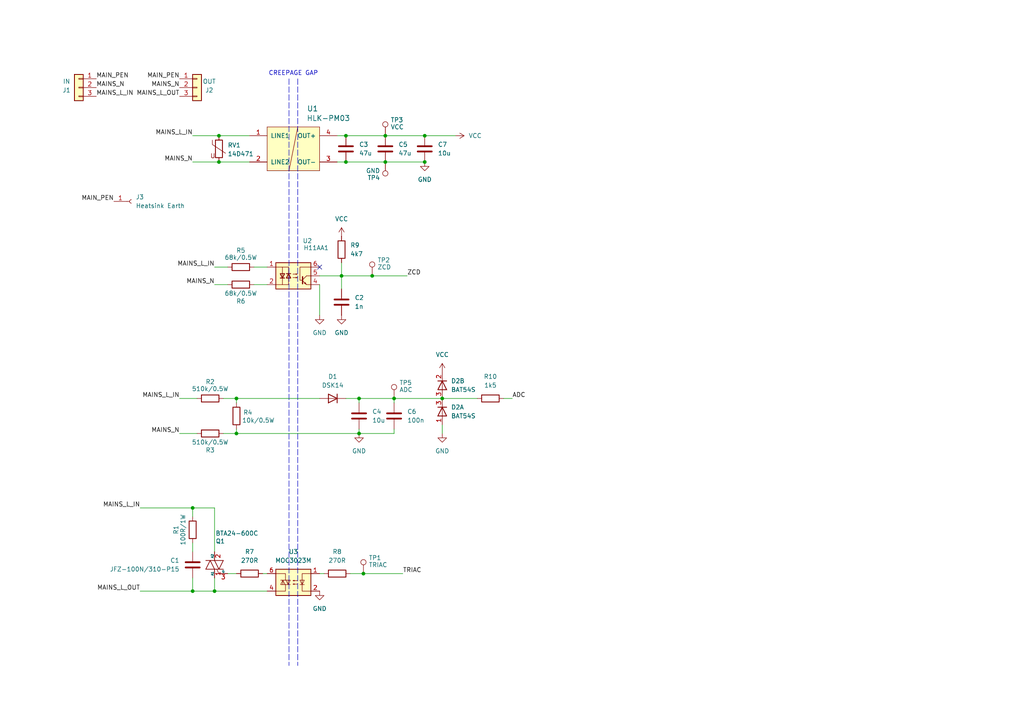
<source format=kicad_sch>
(kicad_sch (version 20250114) (generator "eeschema") (generator_version "9.0")
  (paper "A4")
  (lib_symbols
    (symbol "Connector:Conn_01x01_Socket" (pin_names (offset 1.016) (hide yes))
      (property "Reference" "J" (at 0 2.54 0))
      (property "Value" "Conn_01x01_Socket" (at 0 -2.54 0))
      (symbol "Conn_01x01_Socket_1_1"
        (polyline (pts (xy -1.27 0) (xy -0.508 0)) (stroke (width 0.1524)))
        (arc (start 0 -0.508) (mid -0.5058 0) (end 0 0.508) (stroke (width 0.1524)))
        (pin passive line (at -5.08 0 0) (length 3.81) (name "Pin_1") (number "1"))
      )
    )
    (symbol "Connector:TestPoint" (pin_numbers (hide yes)) (pin_names (offset 0.762) (hide yes))
      (property "Reference" "TP" (at 0 6.858 0))
      (property "Value" "TestPoint" (at 0 5.08 0))
      (symbol "TestPoint_0_1"
        (circle (center 0 3.302) (radius 0.762))
      )
      (symbol "TestPoint_1_1"
        (pin passive line (at 0 0 90) (length 2.54) (name "1") (number "1"))
      )
    )
    (symbol "Connector_Generic:Conn_01x03" (pin_names (offset 1.016) (hide yes))
      (property "Reference" "J" (at 0 5.08 0))
      (property "Value" "Conn_01x03" (at 0 -5.08 0))
      (symbol "Conn_01x03_1_1"
        (rectangle (start -1.27 3.81) (end 1.27 -3.81) (stroke (width 0.254)) (fill (type background)))
        (rectangle (start -1.27 2.667) (end 0 2.413) (stroke (width 0.1524)))
        (rectangle (start -1.27 0.127) (end 0 -0.127) (stroke (width 0.1524)))
        (rectangle (start -1.27 -2.413) (end 0 -2.667) (stroke (width 0.1524)))
        (pin passive line (at -5.08 2.54 0) (length 3.81) (name "Pin_1") (number "1"))
        (pin passive line (at -5.08 0 0) (length 3.81) (name "Pin_2") (number "2"))
        (pin passive line (at -5.08 -2.54 0) (length 3.81) (name "Pin_3") (number "3"))
      )
    )
    (symbol "Device:C" (pin_numbers (hide yes)) (pin_names (offset 0.254))
      (property "Reference" "C" (at 0.635 2.54 0))
      (property "Value" "C" (at 0.635 -2.54 0))
      (symbol "C_0_1"
        (polyline (pts (xy -2.032 0.762) (xy 2.032 0.762)) (stroke (width 0.508)))
        (polyline (pts (xy -2.032 -0.762) (xy 2.032 -0.762)) (stroke (width 0.508)))
      )
      (symbol "C_1_1"
        (pin passive line (at 0 3.81 270) (length 2.794) (name "~") (number "1"))
        (pin passive line (at 0 -3.81 90) (length 2.794) (name "~") (number "2"))
      )
    )
    (symbol "Device:D" (pin_numbers (hide yes)) (pin_names (offset 1.016) (hide yes))
      (property "Reference" "D" (at 0 2.54 0))
      (property "Value" "D" (at 0 -2.54 0))
      (symbol "D_0_1"
        (polyline (pts (xy -1.27 1.27) (xy -1.27 -1.27)) (stroke (width 0.254)))
        (polyline (pts (xy 1.27 1.27) (xy 1.27 -1.27) (xy -1.27 0) (xy 1.27 1.27)) (stroke (width 0.254)))
        (polyline (pts (xy 1.27 0) (xy -1.27 0)))
      )
      (symbol "D_1_1"
        (pin passive line (at -3.81 0 0) (length 2.54) (name "K") (number "1"))
        (pin passive line (at 3.81 0 180) (length 2.54) (name "A") (number "2"))
      )
    )
    (symbol "Device:D_Dual_Series_AKC_Split" (pin_names (offset 0.762) (hide yes))
      (property "Reference" "D" (at 0 2.54 0))
      (property "Value" "D_Dual_Series_AKC_Split" (at 0 -2.54 0))
      (symbol "D_Dual_Series_AKC_Split_0_1"
        (pin passive line (at 3.81 0 180) (length 2.54) (name "K") (number "3"))
      )
      (symbol "D_Dual_Series_AKC_Split_1_0"
        (polyline (pts (xy 1.27 1.27) (xy 1.27 -1.27)) (stroke (width 0.254)))
      )
      (symbol "D_Dual_Series_AKC_Split_1_1"
        (polyline (pts (xy -1.27 1.27) (xy 1.27 0) (xy -1.27 -1.27) (xy -1.27 1.27) (xy -1.27 1.27) (xy -1.27 1.27)) (stroke (width 0.254)))
        (polyline (pts (xy 1.27 0) (xy -1.27 0)))
        (pin passive line (at -3.81 0 0) (length 2.54) (name "A") (number "1"))
      )
      (symbol "D_Dual_Series_AKC_Split_2_0"
        (polyline (pts (xy -1.27 1.27) (xy -1.27 -1.27)) (stroke (width 0.254)))
      )
      (symbol "D_Dual_Series_AKC_Split_2_1"
        (polyline (pts (xy -1.27 0) (xy 1.27 0)))
        (polyline (pts (xy 1.27 1.27) (xy -1.27 0) (xy 1.27 -1.27) (xy 1.27 1.27) (xy 1.27 1.27) (xy 1.27 1.27)) (stroke (width 0.254)))
        (pin passive line (at -3.81 0 0) (length 2.54) (name "common") (number "2"))
      )
    )
    (symbol "Device:R" (pin_numbers (hide yes)) (pin_names (offset 0))
      (property "Reference" "R" (at 2.032 0 90))
      (property "Value" "R" (at 0 0 90))
      (symbol "R_0_1"
        (rectangle (start -1.016 -2.54) (end 1.016 2.54) (stroke (width 0.254)))
      )
      (symbol "R_1_1"
        (pin passive line (at 0 3.81 270) (length 1.27) (name "~") (number "1"))
        (pin passive line (at 0 -3.81 90) (length 1.27) (name "~") (number "2"))
      )
    )
    (symbol "Device:Varistor" (pin_numbers (hide yes)) (pin_names (offset 0))
      (property "Reference" "RV" (at 3.175 0 90))
      (property "Value" "Varistor" (at -3.175 0 90))
      (symbol "Varistor_0_0"
        (text "U" (at -1.778 -2.032 0) (effects (font (size 1.27 1.27))))
      )
      (symbol "Varistor_0_1"
        (polyline (pts (xy -1.905 2.54) (xy -1.905 1.27) (xy 1.905 -1.27)))
        (rectangle (start -1.016 -2.54) (end 1.016 2.54) (stroke (width 0.254)))
      )
      (symbol "Varistor_1_1"
        (pin passive line (at 0 3.81 270) (length 1.27) (name "~") (number "1"))
        (pin passive line (at 0 -3.81 90) (length 1.27) (name "~") (number "2"))
      )
    )
    (symbol "Drake:HLK-PM03" (pin_names (offset 1.016))
      (property "Reference" "U" (at 0 8.89 0))
      (property "Value" "HLK-PM03" (at 0 -8.89 0))
      (symbol "HLK-PM03_0_1"
        (rectangle (start -7.62 6.35) (end 7.62 -6.35) (fill (type background)))
        (polyline (pts (xy -1.27 -6.35) (xy 1.27 6.35)))
      )
      (symbol "HLK-PM03_1_1"
        (pin input line (at -12.7 3.81 0) (length 5.08) (name "LINE1") (number "1"))
        (pin input line (at -12.7 -3.81 0) (length 5.08) (name "LINE2") (number "2"))
        (pin input line (at 12.7 3.81 180) (length 5.08) (name "OUT+") (number "4"))
        (pin input line (at 12.7 -3.81 180) (length 5.08) (name "OUT-") (number "3"))
      )
    )
    (symbol "Isolator:H11AA1"
      (property "Reference" "U" (at -5.334 4.953 0))
      (property "Value" "H11AA1" (at 0.635 4.953 0))
      (symbol "H11AA1_0_1"
        (polyline (pts (xy -2.032 0.635) (xy -0.762 0.635)) (stroke (width 0.254)))
        (polyline (pts (xy -1.397 2.54) (xy -3.175 2.54)) (stroke (width 0.1524)))
        (polyline (pts (xy -1.397 0.635) (xy -1.397 2.54)))
        (polyline (pts (xy -1.397 0.635) (xy -1.397 -0.635)))
        (polyline (pts (xy -1.397 0.635) (xy -2.032 -0.635) (xy -0.762 -0.635) (xy -1.397 0.635)) (stroke (width 0.254)))
        (polyline (pts (xy -1.397 -0.635) (xy -1.397 -2.54)))
        (polyline (pts (xy -1.397 -2.54) (xy -3.175 -2.54)) (stroke (width 0.1524)))
      )
      (symbol "H11AA1_1_1"
        (rectangle (start -5.08 3.81) (end 5.08 -3.81) (stroke (width 0.254)) (fill (type background)))
        (polyline (pts (xy -5.08 -2.54) (xy -3.175 -2.54) (xy -3.175 2.54) (xy -5.08 2.54)))
        (polyline (pts (xy -3.81 -0.635) (xy -2.54 -0.635)) (stroke (width 0.254)))
        (polyline (pts (xy -3.175 -0.635) (xy -3.81 0.635) (xy -2.54 0.635) (xy -3.175 -0.635)) (stroke (width 0.254)))
        (polyline (pts (xy -0.127 0.508) (xy 1.143 0.508) (xy 0.762 0.381) (xy 0.762 0.635) (xy 1.143 0.508)))
        (polyline (pts (xy -0.127 -0.508) (xy 1.143 -0.508) (xy 0.762 -0.635) (xy 0.762 -0.381) (xy 1.143 -0.508)))
        (polyline (pts (xy 2.667 -0.254) (xy 2.667 -2.286)) (stroke (width 0.3556)))
        (polyline (pts (xy 2.667 -1.143) (xy 3.81 0)))
        (polyline (pts (xy 2.667 -1.397) (xy 3.81 -2.54)))
        (polyline (pts (xy 3.683 -2.413) (xy 3.429 -1.905) (xy 3.175 -2.159) (xy 3.683 -2.413)))
        (polyline (pts (xy 3.81 0) (xy 5.08 0)))
        (polyline (pts (xy 3.81 -2.54) (xy 5.08 -2.54)))
        (polyline (pts (xy 5.08 2.54) (xy 1.905 2.54) (xy 1.905 -1.27) (xy 2.54 -1.27)))
        (pin passive line (at -7.62 2.54 0) (length 2.54) (name "~") (number "1"))
        (pin passive line (at -7.62 -2.54 0) (length 2.54) (name "~") (number "2"))
        (pin no_connect line (at -5.08 0 0) (length 2.54) (hide yes) (name "NC") (number "3"))
        (pin passive line (at 7.62 2.54 180) (length 2.54) (name "~") (number "6"))
        (pin passive line (at 7.62 0 180) (length 2.54) (name "~") (number "5"))
        (pin passive line (at 7.62 -2.54 180) (length 2.54) (name "~") (number "4"))
      )
    )
    (symbol "Relay_SolidState:MOC3023M"
      (property "Reference" "U" (at -5.334 4.826 0))
      (property "Value" "MOC3023M" (at 0 5.08 0))
      (symbol "MOC3023M_0_1"
        (rectangle (start -5.08 3.81) (end 5.08 -3.81) (stroke (width 0.254)) (fill (type background)))
        (polyline (pts (xy -5.08 2.54) (xy -2.54 2.54) (xy -2.54 -2.54) (xy -5.08 -2.54)))
        (polyline (pts (xy -3.175 -0.635) (xy -1.905 -0.635)))
        (polyline (pts (xy -2.54 -0.635) (xy -3.175 0.635) (xy -1.905 0.635) (xy -2.54 -0.635)))
        (polyline (pts (xy -1.143 0.508) (xy 0.127 0.508) (xy -0.254 0.381) (xy -0.254 0.635) (xy 0.127 0.508)))
        (polyline (pts (xy -1.143 -0.508) (xy 0.127 -0.508) (xy -0.254 -0.635) (xy -0.254 -0.381) (xy 0.127 -0.508)))
        (polyline (pts (xy 0.889 -0.635) (xy 3.683 -0.635) (xy 3.048 0.635) (xy 2.413 -0.635)))
        (polyline (pts (xy 1.524 -0.635) (xy 1.524 0.635)))
        (polyline (pts (xy 2.286 0.635) (xy 2.286 2.54) (xy 5.08 2.54)))
        (polyline (pts (xy 2.286 -0.635) (xy 2.286 -2.54) (xy 5.08 -2.54)))
        (polyline (pts (xy 3.048 0.635) (xy 3.048 -0.635)))
        (polyline (pts (xy 3.683 0.635) (xy 0.889 0.635) (xy 1.524 -0.635) (xy 2.159 0.635)))
      )
      (symbol "MOC3023M_1_1"
        (pin passive line (at -7.62 2.54 0) (length 2.54) (name "~") (number "1"))
        (pin passive line (at -7.62 -2.54 0) (length 2.54) (name "~") (number "2"))
        (pin no_connect line (at -5.08 0 0) (length 2.54) (hide yes) (name "NC") (number "3"))
        (pin no_connect line (at 5.08 0 180) (length 2.54) (hide yes) (name "NC") (number "5"))
        (pin passive line (at 7.62 2.54 180) (length 2.54) (name "~") (number "6"))
        (pin passive line (at 7.62 -2.54 180) (length 2.54) (name "~") (number "4"))
      )
    )
    (symbol "Triac_Thyristor:BTA16-600C" (pin_names (offset 0))
      (property "Reference" "Q" (at 5.08 1.905 0))
      (property "Value" "BTA16-600C" (at 5.08 0 0))
      (symbol "BTA16-600C_0_1"
        (polyline (pts (xy -2.54 1.27) (xy 2.54 1.27)) (stroke (width 0.2032)))
        (polyline (pts (xy -2.54 1.27) (xy -1.27 -1.27) (xy 0 1.27)) (stroke (width 0.2032)))
        (polyline (pts (xy -2.54 -1.27) (xy 2.54 -1.27)) (stroke (width 0.2032)))
        (polyline (pts (xy -1.27 -2.54) (xy -0.635 -1.27)))
        (polyline (pts (xy 0 -1.27) (xy 1.27 1.27) (xy 2.54 -1.27)) (stroke (width 0.2032)))
      )
      (symbol "BTA16-600C_1_1"
        (pin input line (at -3.81 -2.54 0) (length 2.54) (name "G") (number "3"))
        (pin passive line (at 0 3.81 270) (length 2.54) (name "A2") (number "2"))
        (pin passive line (at 0 -3.81 90) (length 2.54) (name "A1") (number "1"))
      )
    )
    (symbol "power:GND" (power) (pin_numbers (hide yes)) (pin_names (offset 0) (hide yes))
      (property "Value" "GND" (at 0 -3.81 0))
      (symbol "GND_0_1"
        (polyline (pts (xy 0 0) (xy 0 -1.27) (xy 1.27 -1.27) (xy 0 -2.54) (xy -1.27 -1.27) (xy 0 -1.27)))
      )
      (symbol "GND_1_1"
        (pin power_in line (at 0 0 270) (length 0) (name "~") (number "1"))
      )
    )
    (symbol "power:VCC" (power) (pin_numbers (hide yes)) (pin_names (offset 0) (hide yes))
      (property "Value" "VCC" (at 0 3.556 0))
      (symbol "VCC_0_1"
        (polyline (pts (xy -0.762 1.27) (xy 0 2.54)))
        (polyline (pts (xy 0 2.54) (xy 0.762 1.27)))
        (polyline (pts (xy 0 0) (xy 0 2.54)))
      )
      (symbol "VCC_1_1"
        (pin power_in line (at 0 0 90) (length 0) (name "~") (number "1"))
      )
    )
  )
  (text "CREEPAGE GAP" (at 85.09 21.336 0) (effects (font (size 1.27 1.27))))
  (junction (at 107.95 80.01))
  (junction (at 104.14 115.57))
  (junction (at 123.19 46.99))
  (junction (at 100.33 46.99))
  (junction (at 123.19 39.37))
  (junction (at 111.76 46.99))
  (junction (at 63.5 39.37))
  (junction (at 105.41 166.37))
  (junction (at 100.33 39.37))
  (junction (at 55.88 171.45))
  (junction (at 114.3 115.57))
  (junction (at 104.14 125.73))
  (junction (at 63.5 46.99))
  (junction (at 68.58 115.57))
  (junction (at 128.27 115.57))
  (junction (at 68.58 125.73))
  (junction (at 55.88 147.32))
  (junction (at 62.23 171.45))
  (junction (at 111.76 39.37))
  (junction (at 99.06 80.01))
  (no_connect (at 92.71 77.47))
  (wire (pts (xy 99.06 80.01) (xy 107.95 80.01)))
  (wire (pts (xy 40.64 147.32) (xy 55.88 147.32)))
  (wire (pts (xy 73.66 82.55) (xy 77.47 82.55)))
  (wire (pts (xy 68.58 125.73) (xy 104.14 125.73)))
  (wire (pts (xy 123.19 46.99) (xy 111.76 46.99)))
  (polyline (pts (xy 86.36 22.86) (xy 86.36 193.04)) (stroke (width 0) (type dash)))
  (wire (pts (xy 116.84 166.37) (xy 105.41 166.37)))
  (wire (pts (xy 55.88 167.64) (xy 55.88 171.45)))
  (wire (pts (xy 62.23 167.64) (xy 62.23 171.45)))
  (wire (pts (xy 55.88 157.48) (xy 55.88 160.02)))
  (wire (pts (xy 55.88 171.45) (xy 62.23 171.45)))
  (wire (pts (xy 55.88 147.32) (xy 55.88 149.86)))
  (wire (pts (xy 97.79 39.37) (xy 100.33 39.37)))
  (wire (pts (xy 105.41 166.37) (xy 101.6 166.37)))
  (wire (pts (xy 62.23 147.32) (xy 62.23 160.02)))
  (wire (pts (xy 68.58 166.37) (xy 66.04 166.37)))
  (wire (pts (xy 68.58 115.57) (xy 68.58 116.84)))
  (wire (pts (xy 128.27 123.19) (xy 128.27 125.73)))
  (wire (pts (xy 104.14 124.46) (xy 104.14 125.73)))
  (wire (pts (xy 100.33 39.37) (xy 111.76 39.37)))
  (wire (pts (xy 100.33 46.99) (xy 97.79 46.99)))
  (wire (pts (xy 100.33 115.57) (xy 104.14 115.57)))
  (wire (pts (xy 40.64 171.45) (xy 55.88 171.45)))
  (wire (pts (xy 55.88 147.32) (xy 62.23 147.32)))
  (wire (pts (xy 111.76 46.99) (xy 100.33 46.99)))
  (wire (pts (xy 55.88 46.99) (xy 63.5 46.99)))
  (wire (pts (xy 62.23 82.55) (xy 66.04 82.55)))
  (wire (pts (xy 55.88 39.37) (xy 63.5 39.37)))
  (wire (pts (xy 146.05 115.57) (xy 148.59 115.57)))
  (polyline (pts (xy 83.82 22.86) (xy 83.82 193.04)) (stroke (width 0) (type dash)))
  (wire (pts (xy 68.58 115.57) (xy 92.71 115.57)))
  (wire (pts (xy 107.95 80.01) (xy 118.11 80.01)))
  (wire (pts (xy 52.07 125.73) (xy 57.15 125.73)))
  (wire (pts (xy 64.77 125.73) (xy 68.58 125.73)))
  (wire (pts (xy 114.3 115.57) (xy 128.27 115.57)))
  (wire (pts (xy 52.07 115.57) (xy 57.15 115.57)))
  (wire (pts (xy 63.5 46.99) (xy 72.39 46.99)))
  (wire (pts (xy 62.23 77.47) (xy 66.04 77.47)))
  (wire (pts (xy 63.5 39.37) (xy 72.39 39.37)))
  (wire (pts (xy 123.19 39.37) (xy 132.08 39.37)))
  (wire (pts (xy 99.06 80.01) (xy 99.06 83.82)))
  (wire (pts (xy 92.71 91.44) (xy 92.71 82.55)))
  (wire (pts (xy 73.66 77.47) (xy 77.47 77.47)))
  (wire (pts (xy 77.47 171.45) (xy 62.23 171.45)))
  (wire (pts (xy 68.58 124.46) (xy 68.58 125.73)))
  (wire (pts (xy 104.14 125.73) (xy 114.3 125.73)))
  (wire (pts (xy 92.71 80.01) (xy 99.06 80.01)))
  (wire (pts (xy 114.3 115.57) (xy 114.3 116.84)))
  (wire (pts (xy 104.14 115.57) (xy 104.14 116.84)))
  (wire (pts (xy 64.77 115.57) (xy 68.58 115.57)))
  (wire (pts (xy 99.06 80.01) (xy 99.06 76.2)))
  (wire (pts (xy 111.76 39.37) (xy 123.19 39.37)))
  (wire (pts (xy 93.98 166.37) (xy 92.71 166.37)))
  (wire (pts (xy 76.2 166.37) (xy 77.47 166.37)))
  (wire (pts (xy 128.27 115.57) (xy 138.43 115.57)))
  (wire (pts (xy 104.14 115.57) (xy 114.3 115.57)))
  (wire (pts (xy 114.3 124.46) (xy 114.3 125.73)))
  (label "TRIAC" (at 116.84 166.37 0))
  (label "MAINS_L_OUT" (at 52.07 27.94 180))
  (label "MAINS_L_IN" (at 40.64 147.32 180))
  (label "MAINS_N" (at 62.23 82.55 180))
  (label "MAIN_PEN" (at 27.94 22.86 0))
  (label "MAINS_L_IN" (at 62.23 77.47 180))
  (label "MAINS_L_IN" (at 52.07 115.57 180))
  (label "MAINS_L_IN" (at 27.94 27.94 0))
  (label "ZCD" (at 118.11 80.01 0))
  (label "MAINS_L_IN" (at 55.88 39.37 180))
  (label "MAINS_N" (at 52.07 125.73 180))
  (label "MAINS_N" (at 27.94 25.4 0))
  (label "ADC" (at 148.59 115.57 0))
  (label "MAINS_N" (at 52.07 25.4 180))
  (label "MAIN_PEN" (at 33.02 58.42 180))
  (label "MAINS_L_OUT" (at 40.64 171.45 180))
  (label "MAINS_N" (at 55.88 46.99 180))
  (label "MAIN_PEN" (at 52.07 22.86 180))
  (symbol (lib_id "Device:R") (at 60.96 115.57 90) (unit 1)
    (property "Reference" "R2" (at 60.96 110.744 90))
    (property "Value" "510k/0.5W" (at 60.96 112.776 90))
    (property "Footprint" "Resistor_THT:R_Axial_DIN0411_L9.9mm_D3.6mm_P12.70mm_Horizontal" (effects (hide yes)))
    (property "Description" "Resistor" (effects (hide yes)))
  )
  (symbol (lib_id "Connector_Generic:Conn_01x03") (at 57.15 25.4 0) (unit 1)
    (property "Reference" "J2" (at 60.706 26.162 0))
    (property "Value" "OUT" (at 60.706 23.622 0))
    (property "Footprint" "Drake:HB-9500-3P" (effects (hide yes)))
    (property "Description" "Generic connector, single row, 01x03, script generated (kicad-library-utils/schlib/autogen/connector/)" (effects (hide yes)))
  )
  (symbol (lib_id "Device:R") (at 60.96 125.73 90) (unit 1)
    (property "Reference" "R3" (at 60.96 130.556 90))
    (property "Value" "510k/0.5W" (at 60.96 128.27 90))
    (property "Footprint" "Resistor_THT:R_Axial_DIN0411_L9.9mm_D3.6mm_P12.70mm_Horizontal" (effects (hide yes)))
    (property "Description" "Resistor" (effects (hide yes)))
  )
  (symbol (lib_id "Connector:TestPoint") (at 111.76 39.37 0) (unit 1) (in_bom no)
    (property "Reference" "TP3" (at 113.284 34.798 0) (effects (justify left)))
    (property "Value" "VCC" (at 113.284 36.83 0) (effects (justify left)))
    (property "Footprint" "TestPoint:TestPoint_THTPad_D2.0mm_Drill1.0mm" (effects (hide yes)))
    (property "Description" "test point" (effects (hide yes)))
  )
  (symbol (lib_id "Device:C") (at 55.88 163.83 0) (mirror y) (unit 1)
    (property "Reference" "C1" (at 52.07 162.5599 0) (effects (justify left)))
    (property "Value" "JFZ-100N/310-P15" (at 52.07 165.0999 0) (effects (justify left)))
    (property "Footprint" "Capacitor_THT:C_Rect_L18.0mm_W6.0mm_P15.00mm_FKS3_FKP3" (effects (hide yes)))
    (property "Description" "Unpolarized capacitor" (effects (hide yes)))
  )
  (symbol (lib_id "Device:D") (at 96.52 115.57 180) (unit 1)
    (property "Reference" "D1" (at 96.52 109.22 0))
    (property "Value" "DSK14" (at 96.52 111.76 0))
    (property "Footprint" "Diode_SMD:D_SOD-123" (effects (hide yes)))
    (property "Description" "Diode" (effects (hide yes)))
    (property "Sim.Device" "D" (effects (hide yes)))
    (property "Sim.Pins" "1=K 2=A" (effects (hide yes)))
  )
  (symbol (lib_id "Connector:TestPoint") (at 107.95 80.01 0) (unit 1) (in_bom no)
    (property "Reference" "TP2" (at 109.474 75.438 0) (effects (justify left)))
    (property "Value" "ZCD" (at 109.474 77.47 0) (effects (justify left)))
    (property "Footprint" "TestPoint:TestPoint_THTPad_D2.0mm_Drill1.0mm" (effects (hide yes)))
    (property "Description" "test point" (effects (hide yes)))
  )
  (symbol (lib_id "power:GND") (at 99.06 91.44 0) (unit 1)
    (property "Reference" "#PWR04" (effects (hide yes)))
    (property "Value" "GND" (at 99.06 96.52 0))
    (property "Description" "Power symbol creates a global label with name \"GND\" , ground" (effects (hide yes)))
  )
  (symbol (lib_id "Isolator:H11AA1") (at 85.09 80.01 0) (unit 1)
    (property "Reference" "U2" (at 89.154 69.85 0))
    (property "Value" "H11AA1" (at 91.694 71.882 0))
    (property "Footprint" "Package_DIP:DIP-6_W8.89mm_SMDSocket_LongPads" (effects (hide yes)))
    (property "Datasheet" "https://www.vishay.com/docs/83608/h11aa1.pdf" (effects (hide yes)))
    (property "Description" "AC/DC NPN Optocoupler, DIP-6" (effects (hide yes)))
  )
  (symbol (lib_id "power:GND") (at 128.27 125.73 0) (unit 1)
    (property "Reference" "#PWR08" (effects (hide yes)))
    (property "Value" "GND" (at 128.27 130.81 0))
    (property "Description" "Power symbol creates a global label with name \"GND\" , ground" (effects (hide yes)))
  )
  (symbol (lib_id "Device:Varistor") (at 63.5 43.18 0) (unit 1)
    (property "Reference" "RV1" (at 66.04 42.1032 0) (effects (justify left)))
    (property "Value" "14D471" (at 66.04 44.6432 0) (effects (justify left)))
    (property "Footprint" "Varistor:RV_Disc_D15.5mm_W7.5mm_P7.5mm" (effects (hide yes)))
    (property "Description" "Voltage dependent resistor" (effects (hide yes)))
    (property "Sim.Name" "kicad_builtin_varistor" (effects (hide yes)))
    (property "Sim.Device" "SUBCKT" (effects (hide yes)))
    (property "Sim.Pins" "1=A 2=B" (effects (hide yes)))
    (property "Sim.Params" "threshold=1k" (effects (hide yes)))
    (property "Sim.Library" "${KICAD9_SYMBOL_DIR}/Simulation_SPICE.sp" (effects (hide yes)))
  )
  (symbol (lib_id "Triac_Thyristor:BTA16-600C") (at 62.23 163.83 0) (mirror y) (unit 1)
    (property "Reference" "Q1" (at 65.278 156.972 0) (effects (justify left)))
    (property "Value" "BTA24-600C" (at 74.93 154.686 0) (effects (justify left)))
    (property "Footprint" "Package_TO_SOT_THT:TO-220-3_Vertical" (effects (hide yes)))
    (property "Datasheet" "https://www.st.com/resource/en/datasheet/bta16.pdf" (effects (hide yes)))
    (property "Description" "16A RMS, 600V Off-State Voltage, 35mA Sensitivity, Insulated, Triac, TO-220" (effects (hide yes)))
  )
  (symbol (lib_id "Connector:TestPoint") (at 111.76 46.99 180) (unit 1) (in_bom no)
    (property "Reference" "TP4" (at 110.236 51.562 0) (effects (justify left)))
    (property "Value" "GND" (at 110.236 49.53 0) (effects (justify left)))
    (property "Footprint" "TestPoint:TestPoint_THTPad_D2.0mm_Drill1.0mm" (effects (hide yes)))
    (property "Description" "test point" (effects (hide yes)))
  )
  (symbol (lib_id "power:GND") (at 123.19 46.99 0) (unit 1)
    (property "Reference" "#PWR06" (effects (hide yes)))
    (property "Value" "GND" (at 123.19 52.07 0))
    (property "Description" "Power symbol creates a global label with name \"GND\" , ground" (effects (hide yes)))
  )
  (symbol (lib_id "Device:R") (at 55.88 153.67 0) (mirror y) (unit 1)
    (property "Reference" "R1" (at 51.054 153.67 90))
    (property "Value" "100R/1W" (at 53.086 153.67 90))
    (property "Footprint" "Resistor_THT:R_Axial_DIN0411_L9.9mm_D3.6mm_P12.70mm_Horizontal" (effects (hide yes)))
    (property "Description" "Resistor" (effects (hide yes)))
  )
  (symbol (lib_id "Device:C") (at 99.06 87.63 0) (unit 1)
    (property "Reference" "C2" (at 102.87 86.3599 0) (effects (justify left)))
    (property "Value" "1n" (at 102.87 88.8999 0) (effects (justify left)))
    (property "Footprint" "Capacitor_SMD:C_0805_2012Metric_Pad1.18x1.45mm_HandSolder" (effects (hide yes)))
    (property "Description" "Unpolarized capacitor" (effects (hide yes)))
  )
  (symbol (lib_id "Device:R") (at 68.58 120.65 180) (unit 1)
    (property "Reference" "R4" (at 71.882 119.634 0))
    (property "Value" "10k/0.5W" (at 74.93 121.92 0))
    (property "Footprint" "Resistor_THT:R_Axial_DIN0411_L9.9mm_D3.6mm_P12.70mm_Horizontal" (effects (hide yes)))
    (property "Description" "Resistor" (effects (hide yes)))
  )
  (symbol (lib_id "Device:C") (at 100.33 43.18 0) (unit 1)
    (property "Reference" "C3" (at 104.14 41.9099 0) (effects (justify left)))
    (property "Value" "47u" (at 104.14 44.4499 0) (effects (justify left)))
    (property "Footprint" "Capacitor_SMD:C_0805_2012Metric_Pad1.18x1.45mm_HandSolder" (effects (hide yes)))
    (property "Description" "Unpolarized capacitor" (effects (hide yes)))
  )
  (symbol (lib_id "power:GND") (at 92.71 171.45 0) (mirror y) (unit 1)
    (property "Reference" "#PWR02" (effects (hide yes)))
    (property "Value" "GND" (at 92.71 176.53 0))
    (property "Description" "Power symbol creates a global label with name \"GND\" , ground" (effects (hide yes)))
  )
  (symbol (lib_id "power:GND") (at 104.14 125.73 0) (unit 1)
    (property "Reference" "#PWR05" (effects (hide yes)))
    (property "Value" "GND" (at 104.14 130.81 0))
    (property "Description" "Power symbol creates a global label with name \"GND\" , ground" (effects (hide yes)))
  )
  (symbol (lib_id "Connector:TestPoint") (at 114.3 115.57 0) (unit 1) (in_bom no)
    (property "Reference" "TP5" (at 115.824 110.998 0) (effects (justify left)))
    (property "Value" "ADC" (at 115.824 113.03 0) (effects (justify left)))
    (property "Footprint" "TestPoint:TestPoint_THTPad_D2.0mm_Drill1.0mm" (effects (hide yes)))
    (property "Description" "test point" (effects (hide yes)))
  )
  (symbol (lib_id "power:VCC") (at 132.08 39.37 270) (unit 1)
    (property "Reference" "#PWR09" (effects (hide yes)))
    (property "Value" "VCC" (at 135.89 39.3699 90) (effects (justify left)))
    (property "Description" "Power symbol creates a global label with name \"VCC\"" (effects (hide yes)))
  )
  (symbol (lib_id "Device:C") (at 123.19 43.18 0) (unit 1)
    (property "Reference" "C7" (at 127 41.9099 0) (effects (justify left)))
    (property "Value" "10u" (at 127 44.4499 0) (effects (justify left)))
    (property "Footprint" "Capacitor_SMD:C_0805_2012Metric_Pad1.18x1.45mm_HandSolder" (effects (hide yes)))
    (property "Description" "Unpolarized capacitor" (effects (hide yes)))
  )
  (symbol (lib_id "power:GND") (at 92.71 91.44 0) (unit 1)
    (property "Reference" "#PWR01" (effects (hide yes)))
    (property "Value" "GND" (at 92.71 96.52 0))
    (property "Description" "Power symbol creates a global label with name \"GND\" , ground" (effects (hide yes)))
  )
  (symbol (lib_id "Device:R") (at 69.85 77.47 90) (unit 1)
    (property "Reference" "R5" (at 69.85 72.644 90))
    (property "Value" "68k/0.5W" (at 69.85 74.676 90))
    (property "Footprint" "Resistor_THT:R_Axial_DIN0411_L9.9mm_D3.6mm_P12.70mm_Horizontal" (effects (hide yes)))
    (property "Description" "Resistor" (effects (hide yes)))
  )
  (symbol (lib_id "Device:R") (at 97.79 166.37 270) (mirror x) (unit 1)
    (property "Reference" "R8" (at 97.79 160.02 90))
    (property "Value" "270R" (at 97.79 162.56 90))
    (property "Footprint" "Resistor_SMD:R_0805_2012Metric_Pad1.20x1.40mm_HandSolder" (effects (hide yes)))
    (property "Description" "Resistor" (effects (hide yes)))
  )
  (symbol (lib_id "Device:D_Dual_Series_AKC_Split") (at 128.27 119.38 90) (unit 1)
    (property "Reference" "D2" (at 130.81 118.1099 90) (effects (justify right)))
    (property "Value" "BAT54S" (at 130.81 120.6499 90) (effects (justify right)))
    (property "Footprint" "Package_TO_SOT_SMD:SOT-23" (effects (hide yes)))
    (property "Description" "Dual diode, anode/cathode/center" (effects (hide yes)))
  )
  (symbol (lib_id "Relay_SolidState:MOC3023M") (at 85.09 168.91 0) (mirror y) (unit 1)
    (property "Reference" "U3" (at 85.09 160.02 0))
    (property "Value" "MOC3023M" (at 85.09 162.56 0))
    (property "Footprint" "Package_DIP:DIP-6_W8.89mm_SMDSocket_LongPads" (effects (hide yes)))
    (property "Datasheet" "https://www.onsemi.com/pub/Collateral/MOC3023M-D.PDF" (effects (hide yes)))
    (property "Description" "Random Phase Opto-Triac, Vdrm 400V, Ift 5mA, DIP6" (effects (hide yes)))
  )
  (symbol (lib_id "Device:R") (at 72.39 166.37 270) (mirror x) (unit 1)
    (property "Reference" "R7" (at 72.39 160.02 90))
    (property "Value" "270R" (at 72.39 162.56 90))
    (property "Footprint" "Resistor_SMD:R_0805_2012Metric_Pad1.20x1.40mm_HandSolder" (effects (hide yes)))
    (property "Description" "Resistor" (effects (hide yes)))
  )
  (symbol (lib_id "Device:C") (at 104.14 120.65 0) (unit 1)
    (property "Reference" "C4" (at 107.95 119.3799 0) (effects (justify left)))
    (property "Value" "10u" (at 107.95 121.9199 0) (effects (justify left)))
    (property "Footprint" "Capacitor_SMD:C_0805_2012Metric_Pad1.18x1.45mm_HandSolder" (effects (hide yes)))
    (property "Description" "Unpolarized capacitor" (effects (hide yes)))
  )
  (symbol (lib_id "Device:R") (at 69.85 82.55 270) (unit 1)
    (property "Reference" "R6" (at 69.85 87.376 90))
    (property "Value" "68k/0.5W" (at 69.85 85.09 90))
    (property "Footprint" "Resistor_THT:R_Axial_DIN0411_L9.9mm_D3.6mm_P12.70mm_Horizontal" (effects (hide yes)))
    (property "Description" "Resistor" (effects (hide yes)))
  )
  (symbol (lib_id "Connector_Generic:Conn_01x03") (at 22.86 25.4 0) (mirror y) (unit 1)
    (property "Reference" "J1" (at 19.304 26.162 0))
    (property "Value" "IN" (at 19.304 23.622 0))
    (property "Footprint" "Drake:HB-9500-3P" (effects (hide yes)))
    (property "Description" "Generic connector, single row, 01x03, script generated (kicad-library-utils/schlib/autogen/connector/)" (effects (hide yes)))
  )
  (symbol (lib_id "power:VCC") (at 99.06 68.58 0) (unit 1)
    (property "Reference" "#PWR03" (effects (hide yes)))
    (property "Value" "VCC" (at 99.06 63.5 0))
    (property "Description" "Power symbol creates a global label with name \"VCC\"" (effects (hide yes)))
  )
  (symbol (lib_id "Device:C") (at 114.3 120.65 0) (unit 1)
    (property "Reference" "C6" (at 118.11 119.3799 0) (effects (justify left)))
    (property "Value" "100n" (at 118.11 121.9199 0) (effects (justify left)))
    (property "Footprint" "Capacitor_SMD:C_0805_2012Metric_Pad1.18x1.45mm_HandSolder" (effects (hide yes)))
    (property "Description" "Unpolarized capacitor" (effects (hide yes)))
  )
  (symbol (lib_id "Connector:TestPoint") (at 105.41 166.37 0) (unit 1) (in_bom no)
    (property "Reference" "TP1" (at 106.934 161.798 0) (effects (justify left)))
    (property "Value" "TRIAC" (at 106.934 163.83 0) (effects (justify left)))
    (property "Footprint" "TestPoint:TestPoint_THTPad_D2.0mm_Drill1.0mm" (effects (hide yes)))
    (property "Description" "test point" (effects (hide yes)))
  )
  (symbol (lib_id "Connector:Conn_01x01_Socket") (at 38.1 58.42 0) (unit 1)
    (property "Reference" "J3" (at 39.37 57.1499 0) (effects (justify left)))
    (property "Value" "Heatsink Earth" (at 39.37 59.6899 0) (effects (justify left)))
    (property "Footprint" "Connector_Pin:Pin_D1.0mm_L10.0mm" (effects (hide yes)))
    (property "Description" "Generic connector, single row, 01x01, script generated" (effects (hide yes)))
  )
  (symbol (lib_id "Device:C") (at 111.76 43.18 0) (unit 1)
    (property "Reference" "C5" (at 115.57 41.9099 0) (effects (justify left)))
    (property "Value" "47u" (at 115.57 44.4499 0) (effects (justify left)))
    (property "Footprint" "Capacitor_SMD:C_0805_2012Metric_Pad1.18x1.45mm_HandSolder" (effects (hide yes)))
    (property "Description" "Unpolarized capacitor" (effects (hide yes)))
  )
  (symbol (lib_id "Device:D_Dual_Series_AKC_Split") (at 128.27 111.76 270) (unit 2)
    (property "Reference" "D2" (at 130.81 110.4899 90) (effects (justify left)))
    (property "Value" "BAT54S" (at 130.81 113.0299 90) (effects (justify left)))
    (property "Footprint" "Package_TO_SOT_SMD:SOT-23" (effects (hide yes)))
    (property "Description" "Dual diode, anode/cathode/center" (effects (hide yes)))
  )
  (symbol (lib_id "Drake:HLK-PM03") (at 85.09 43.18 0) (unit 1)
    (property "Reference" "U1" (at 90.678 31.496 0) (effects (font (size 1.524 1.524))))
    (property "Value" "HLK-PM03" (at 95.25 34.29 0) (effects (font (size 1.524 1.524))))
    (property "Footprint" "Drake:HLK-PM01" (effects (hide yes)))
  )
  (symbol (lib_id "Device:R") (at 99.06 72.39 0) (unit 1)
    (property "Reference" "R9" (at 101.6 71.1199 0) (effects (justify left)))
    (property "Value" "4k7" (at 101.6 73.6599 0) (effects (justify left)))
    (property "Footprint" "Resistor_SMD:R_0805_2012Metric_Pad1.20x1.40mm_HandSolder" (effects (hide yes)))
    (property "Description" "Resistor" (effects (hide yes)))
  )
  (symbol (lib_id "power:VCC") (at 128.27 107.95 0) (unit 1)
    (property "Reference" "#PWR07" (effects (hide yes)))
    (property "Value" "VCC" (at 128.27 102.87 0))
    (property "Description" "Power symbol creates a global label with name \"VCC\"" (effects (hide yes)))
  )
  (symbol (lib_id "Device:R") (at 142.24 115.57 90) (unit 1)
    (property "Reference" "R10" (at 142.24 109.22 90))
    (property "Value" "1k5" (at 142.24 111.76 90))
    (property "Footprint" "Resistor_SMD:R_0805_2012Metric_Pad1.20x1.40mm_HandSolder" (effects (hide yes)))
    (property "Description" "Resistor" (effects (hide yes)))
  )
)
</source>
